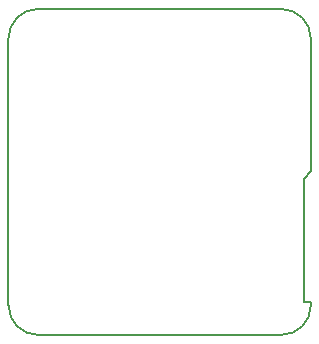
<source format=gm1>
G04 #@! TF.GenerationSoftware,KiCad,Pcbnew,5.0.0+dfsg1-2*
G04 #@! TF.CreationDate,2018-09-16T15:45:03-04:00*
G04 #@! TF.ProjectId,goodwatch30,676F6F64776174636833302E6B696361,30*
G04 #@! TF.SameCoordinates,Original*
G04 #@! TF.FileFunction,Profile,NP*
%FSLAX46Y46*%
G04 Gerber Fmt 4.6, Leading zero omitted, Abs format (unit mm)*
G04 Created by KiCad (PCBNEW 5.0.0+dfsg1-2) date Sun Sep 16 15:45:03 2018*
%MOMM*%
%LPD*%
G01*
G04 APERTURE LIST*
%ADD10C,0.150000*%
G04 APERTURE END LIST*
D10*
X99100000Y-86400000D02*
G75*
G02X96600000Y-83900000I0J2500000D01*
G01*
X122200000Y-83900000D02*
G75*
G02X119700000Y-86400000I-2500000J0D01*
G01*
X119700000Y-58800000D02*
G75*
G02X122200000Y-61300000I0J-2500000D01*
G01*
X96600000Y-61300000D02*
G75*
G02X99100000Y-58800000I2500000J0D01*
G01*
X96600000Y-61300000D02*
X96600000Y-83900000D01*
X119700000Y-58800000D02*
X99100000Y-58800000D01*
X122203200Y-72506200D02*
X122200000Y-61300000D01*
X121600000Y-73200000D02*
X122200000Y-72500000D01*
X121600000Y-83600000D02*
X121600000Y-73200000D01*
X122200000Y-83600000D02*
X121600000Y-83600000D01*
X122200000Y-83900000D02*
X122200000Y-83600000D01*
X99100000Y-86400000D02*
X119700000Y-86400000D01*
M02*

</source>
